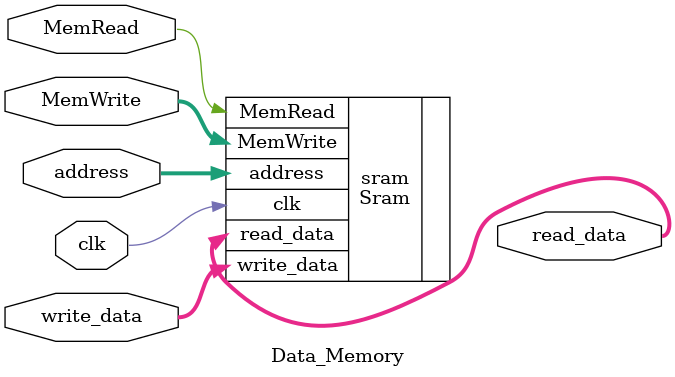
<source format=v>
`include "defines.v"
`include "Sram.v"

module Data_Memory(
    input          clk,
    input          MemRead,
    input    [3:0] MemWrite,
    input   [31:0] address,
    input   [31:0] write_data,
    output  [31:0] read_data
);
    Sram sram(
        .clk(clk),
        .MemRead(MemRead),
        .MemWrite(MemWrite),
        .address(address),
        .write_data(write_data),
        .read_data(read_data)
    );
endmodule

</source>
